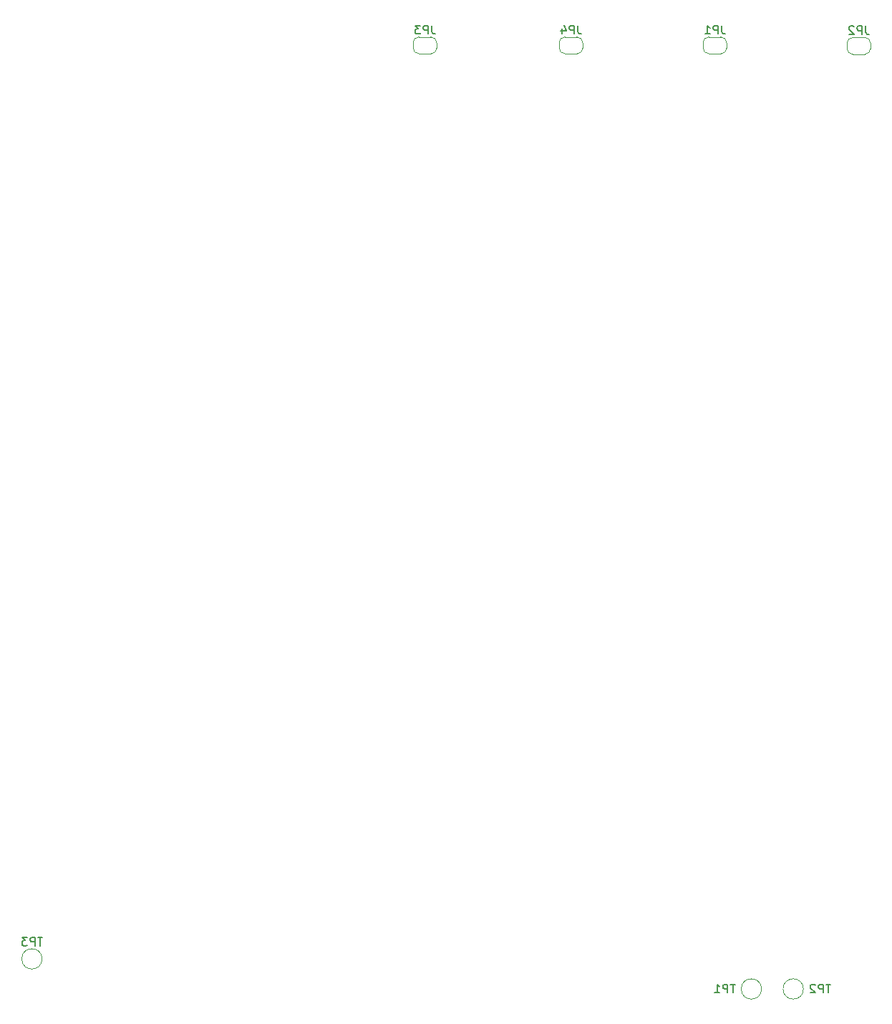
<source format=gbo>
G04 #@! TF.GenerationSoftware,KiCad,Pcbnew,6.0.10-86aedd382b~118~ubuntu18.04.1*
G04 #@! TF.CreationDate,2025-04-04T14:58:15-06:00*
G04 #@! TF.ProjectId,mss-xcade,6d73732d-7863-4616-9465-2e6b69636164,rev?*
G04 #@! TF.SameCoordinates,Original*
G04 #@! TF.FileFunction,Legend,Bot*
G04 #@! TF.FilePolarity,Positive*
%FSLAX46Y46*%
G04 Gerber Fmt 4.6, Leading zero omitted, Abs format (unit mm)*
G04 Created by KiCad (PCBNEW 6.0.10-86aedd382b~118~ubuntu18.04.1) date 2025-04-04 14:58:15*
%MOMM*%
%LPD*%
G01*
G04 APERTURE LIST*
%ADD10C,0.150000*%
%ADD11C,0.120000*%
G04 APERTURE END LIST*
D10*
X93209904Y-141091380D02*
X92638476Y-141091380D01*
X92924190Y-142091380D02*
X92924190Y-141091380D01*
X92305142Y-142091380D02*
X92305142Y-141091380D01*
X91924190Y-141091380D01*
X91828952Y-141139000D01*
X91781333Y-141186619D01*
X91733714Y-141281857D01*
X91733714Y-141424714D01*
X91781333Y-141519952D01*
X91828952Y-141567571D01*
X91924190Y-141615190D01*
X92305142Y-141615190D01*
X91400380Y-141091380D02*
X90781333Y-141091380D01*
X91114666Y-141472333D01*
X90971809Y-141472333D01*
X90876571Y-141519952D01*
X90828952Y-141567571D01*
X90781333Y-141662809D01*
X90781333Y-141900904D01*
X90828952Y-141996142D01*
X90876571Y-142043761D01*
X90971809Y-142091380D01*
X91257523Y-142091380D01*
X91352761Y-142043761D01*
X91400380Y-141996142D01*
X173553333Y-33275880D02*
X173553333Y-33990166D01*
X173600952Y-34133023D01*
X173696190Y-34228261D01*
X173839047Y-34275880D01*
X173934285Y-34275880D01*
X173077142Y-34275880D02*
X173077142Y-33275880D01*
X172696190Y-33275880D01*
X172600952Y-33323500D01*
X172553333Y-33371119D01*
X172505714Y-33466357D01*
X172505714Y-33609214D01*
X172553333Y-33704452D01*
X172600952Y-33752071D01*
X172696190Y-33799690D01*
X173077142Y-33799690D01*
X171553333Y-34275880D02*
X172124761Y-34275880D01*
X171839047Y-34275880D02*
X171839047Y-33275880D01*
X171934285Y-33418738D01*
X172029523Y-33513976D01*
X172124761Y-33561595D01*
X156535333Y-33275880D02*
X156535333Y-33990166D01*
X156582952Y-34133023D01*
X156678190Y-34228261D01*
X156821047Y-34275880D01*
X156916285Y-34275880D01*
X156059142Y-34275880D02*
X156059142Y-33275880D01*
X155678190Y-33275880D01*
X155582952Y-33323500D01*
X155535333Y-33371119D01*
X155487714Y-33466357D01*
X155487714Y-33609214D01*
X155535333Y-33704452D01*
X155582952Y-33752071D01*
X155678190Y-33799690D01*
X156059142Y-33799690D01*
X154630571Y-33609214D02*
X154630571Y-34275880D01*
X154868666Y-33228261D02*
X155106761Y-33942547D01*
X154487714Y-33942547D01*
X175124904Y-146645380D02*
X174553476Y-146645380D01*
X174839190Y-147645380D02*
X174839190Y-146645380D01*
X174220142Y-147645380D02*
X174220142Y-146645380D01*
X173839190Y-146645380D01*
X173743952Y-146693000D01*
X173696333Y-146740619D01*
X173648714Y-146835857D01*
X173648714Y-146978714D01*
X173696333Y-147073952D01*
X173743952Y-147121571D01*
X173839190Y-147169190D01*
X174220142Y-147169190D01*
X172696333Y-147645380D02*
X173267761Y-147645380D01*
X172982047Y-147645380D02*
X172982047Y-146645380D01*
X173077285Y-146788238D01*
X173172523Y-146883476D01*
X173267761Y-146931095D01*
X190571333Y-33339380D02*
X190571333Y-34053666D01*
X190618952Y-34196523D01*
X190714190Y-34291761D01*
X190857047Y-34339380D01*
X190952285Y-34339380D01*
X190095142Y-34339380D02*
X190095142Y-33339380D01*
X189714190Y-33339380D01*
X189618952Y-33387000D01*
X189571333Y-33434619D01*
X189523714Y-33529857D01*
X189523714Y-33672714D01*
X189571333Y-33767952D01*
X189618952Y-33815571D01*
X189714190Y-33863190D01*
X190095142Y-33863190D01*
X189142761Y-33434619D02*
X189095142Y-33387000D01*
X188999904Y-33339380D01*
X188761809Y-33339380D01*
X188666571Y-33387000D01*
X188618952Y-33434619D01*
X188571333Y-33529857D01*
X188571333Y-33625095D01*
X188618952Y-33767952D01*
X189190380Y-34339380D01*
X188571333Y-34339380D01*
X139263333Y-33275880D02*
X139263333Y-33990166D01*
X139310952Y-34133023D01*
X139406190Y-34228261D01*
X139549047Y-34275880D01*
X139644285Y-34275880D01*
X138787142Y-34275880D02*
X138787142Y-33275880D01*
X138406190Y-33275880D01*
X138310952Y-33323500D01*
X138263333Y-33371119D01*
X138215714Y-33466357D01*
X138215714Y-33609214D01*
X138263333Y-33704452D01*
X138310952Y-33752071D01*
X138406190Y-33799690D01*
X138787142Y-33799690D01*
X137882380Y-33275880D02*
X137263333Y-33275880D01*
X137596666Y-33656833D01*
X137453809Y-33656833D01*
X137358571Y-33704452D01*
X137310952Y-33752071D01*
X137263333Y-33847309D01*
X137263333Y-34085404D01*
X137310952Y-34180642D01*
X137358571Y-34228261D01*
X137453809Y-34275880D01*
X137739523Y-34275880D01*
X137834761Y-34228261D01*
X137882380Y-34180642D01*
X186427904Y-146645380D02*
X185856476Y-146645380D01*
X186142190Y-147645380D02*
X186142190Y-146645380D01*
X185523142Y-147645380D02*
X185523142Y-146645380D01*
X185142190Y-146645380D01*
X185046952Y-146693000D01*
X184999333Y-146740619D01*
X184951714Y-146835857D01*
X184951714Y-146978714D01*
X184999333Y-147073952D01*
X185046952Y-147121571D01*
X185142190Y-147169190D01*
X185523142Y-147169190D01*
X184570761Y-146740619D02*
X184523142Y-146693000D01*
X184427904Y-146645380D01*
X184189809Y-146645380D01*
X184094571Y-146693000D01*
X184046952Y-146740619D01*
X183999333Y-146835857D01*
X183999333Y-146931095D01*
X184046952Y-147073952D01*
X184618380Y-147645380D01*
X183999333Y-147645380D01*
D11*
X93148000Y-143637000D02*
G75*
G03*
X93148000Y-143637000I-1200000J0D01*
G01*
X173420000Y-34623500D02*
X172020000Y-34623500D01*
X171320000Y-35323500D02*
X171320000Y-35923500D01*
X174120000Y-35923500D02*
X174120000Y-35323500D01*
X172020000Y-36623500D02*
X173420000Y-36623500D01*
X173420000Y-36623500D02*
G75*
G03*
X174120000Y-35923500I1J699999D01*
G01*
X172020000Y-34623500D02*
G75*
G03*
X171320000Y-35323500I0J-700000D01*
G01*
X174120000Y-35323500D02*
G75*
G03*
X173420000Y-34623500I-699999J1D01*
G01*
X171320000Y-35923500D02*
G75*
G03*
X172020000Y-36623500I700000J0D01*
G01*
X156402000Y-34623500D02*
X155002000Y-34623500D01*
X154302000Y-35323500D02*
X154302000Y-35923500D01*
X157102000Y-35923500D02*
X157102000Y-35323500D01*
X155002000Y-36623500D02*
X156402000Y-36623500D01*
X157102000Y-35323500D02*
G75*
G03*
X156402000Y-34623500I-699999J1D01*
G01*
X156402000Y-36623500D02*
G75*
G03*
X157102000Y-35923500I1J699999D01*
G01*
X155002000Y-34623500D02*
G75*
G03*
X154302000Y-35323500I0J-700000D01*
G01*
X154302000Y-35923500D02*
G75*
G03*
X155002000Y-36623500I700000J0D01*
G01*
X178238000Y-147193000D02*
G75*
G03*
X178238000Y-147193000I-1200000J0D01*
G01*
X190438000Y-34687000D02*
X189038000Y-34687000D01*
X188338000Y-35387000D02*
X188338000Y-35987000D01*
X189038000Y-36687000D02*
X190438000Y-36687000D01*
X191138000Y-35987000D02*
X191138000Y-35387000D01*
X191138000Y-35387000D02*
G75*
G03*
X190438000Y-34687000I-699999J1D01*
G01*
X190438000Y-36687000D02*
G75*
G03*
X191138000Y-35987000I1J699999D01*
G01*
X188338000Y-35987000D02*
G75*
G03*
X189038000Y-36687000I700000J0D01*
G01*
X189038000Y-34687000D02*
G75*
G03*
X188338000Y-35387000I0J-700000D01*
G01*
X137730000Y-36623500D02*
X139130000Y-36623500D01*
X139830000Y-35923500D02*
X139830000Y-35323500D01*
X137030000Y-35323500D02*
X137030000Y-35923500D01*
X139130000Y-34623500D02*
X137730000Y-34623500D01*
X139830000Y-35323500D02*
G75*
G03*
X139130000Y-34623500I-699999J1D01*
G01*
X137030000Y-35923500D02*
G75*
G03*
X137730000Y-36623500I700000J0D01*
G01*
X137730000Y-34623500D02*
G75*
G03*
X137030000Y-35323500I0J-700000D01*
G01*
X139130000Y-36623500D02*
G75*
G03*
X139830000Y-35923500I1J699999D01*
G01*
X183191000Y-147193000D02*
G75*
G03*
X183191000Y-147193000I-1200000J0D01*
G01*
M02*

</source>
